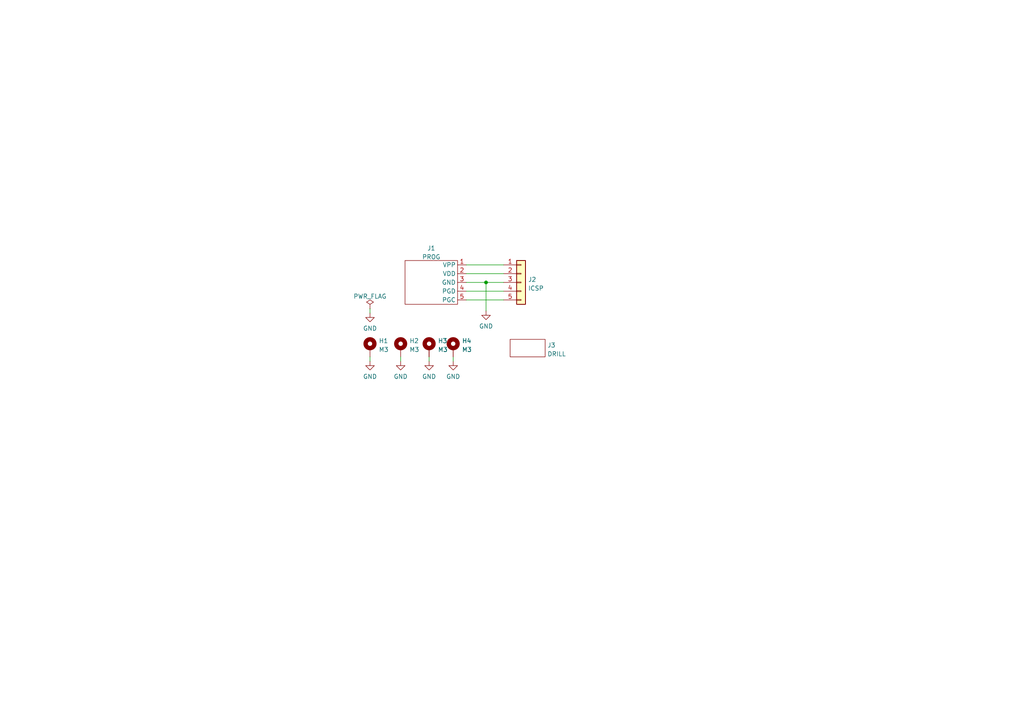
<source format=kicad_sch>
(kicad_sch (version 20211123) (generator eeschema)
  (paper "A4")
  (title_block (title "RC Programmer") (date "2024-09-01") (rev "1"))
  (lib_symbols
    (symbol "Connector_Generic:Conn_01x05" (pin_names (offset 1.016) hide)
      (property "Reference" "J" (at 0 7.62 0))
      (property "Value" "Conn_01x05" (at 0 -7.62 0))
      (symbol "Conn_01x05_1_1"
        (rectangle (start -1.27 -4.953) (end 0 -5.207) (stroke (width 0.1524)))
        (rectangle (start -1.27 -2.413) (end 0 -2.667) (stroke (width 0.1524)))
        (rectangle (start -1.27 0.127) (end 0 -0.127) (stroke (width 0.1524)))
        (rectangle (start -1.27 2.667) (end 0 2.413) (stroke (width 0.1524)))
        (rectangle (start -1.27 5.207) (end 0 4.953) (stroke (width 0.1524)))
        (rectangle (start -1.27 6.35) (end 1.27 -6.35) (stroke (width 0.254)) (fill (type background)))
        (pin passive line (at -5.08 5.08 0) (length 3.81) (name "Pin_1") (number "1"))
        (pin passive line (at -5.08 2.54 0) (length 3.81) (name "Pin_2") (number "2"))
        (pin passive line (at -5.08 0 0) (length 3.81) (name "Pin_3") (number "3"))
        (pin passive line (at -5.08 -2.54 0) (length 3.81) (name "Pin_4") (number "4"))
        (pin passive line (at -5.08 -5.08 0) (length 3.81) (name "Pin_5") (number "5"))
      )
    )
    (symbol "Mechanical:MountingHole_Pad" (pin_numbers hide) (pin_names (offset 1.016) hide)
      (property "Reference" "H" (at 0 6.35 0))
      (property "Value" "MountingHole_Pad" (at 0 4.445 0))
      (symbol "MountingHole_Pad_0_1"
        (circle (center 0 1.27) (radius 1.27) (stroke (width 1.27)))
      )
      (symbol "MountingHole_Pad_1_1"
        (pin input line (at 0 -2.54 90) (length 2.54) (name "1") (number "1"))
      )
    )
    (symbol "power:GND" (power) (pin_names (offset 0))
      (property "Value" "GND" (at 0 -3.81 0))
      (symbol "GND_0_1"
        (polyline (pts (xy 0 0) (xy 0 -1.27) (xy 1.27 -1.27) (xy 0 -2.54) (xy -1.27 -1.27) (xy 0 -1.27)))
      )
      (symbol "GND_1_1"
        (pin power_in line (at 0 0 270) (length 0) hide (name "GND") (number "1"))
      )
    )
    (symbol "power:PWR_FLAG" (power) (pin_numbers hide) (pin_names (offset 0) hide)
      (property "Value" "PWR_FLAG" (at 0 3.81 0))
      (symbol "PWR_FLAG_0_0"
        (pin power_out line (at 0 0 90) (length 0) (name "pwr") (number "1"))
      )
      (symbol "PWR_FLAG_0_1"
        (polyline (pts (xy 0 0) (xy 0 1.27) (xy -1.016 1.905) (xy 0 2.54) (xy 1.016 1.905) (xy 0 1.27)))
      )
    )
    (symbol "rcprog:progdrill" (pin_numbers hide) (pin_names (offset 0) hide)
      (property "Reference" "J" (at 0 0 0))
      (property "Value" "progdrill" (at 0 0 0))
      (symbol "progdrill_0_1"
        (rectangle (start -5.08 2.54) (end 5.08 -2.54))
      )
    )
    (symbol "rcprog:progpins"
      (property "Reference" "J" (at -2.54 2.54 0))
      (property "Value" "progpins" (at -2.54 -2.54 0))
      (symbol "progpins_0_1"
        (rectangle (start -7.62 6.35) (end 7.62 -6.35))
      )
      (symbol "progpins_1_1"
        (pin passive line (at 10.16 5.08 180) (length 2.54) (name "VPP") (number "1"))
        (pin passive line (at 10.16 2.54 180) (length 2.54) (name "VDD") (number "2"))
        (pin passive line (at 10.16 0 180) (length 2.54) (name "GND") (number "3"))
        (pin passive line (at 10.16 -2.54 180) (length 2.54) (name "PGD") (number "4"))
        (pin passive line (at 10.16 -5.08 180) (length 2.54) (name "PGC") (number "5"))
      )
    )
  )
  (junction (at 140.97 81.915))
  (wire (pts (xy 107.315 89.535) (xy 107.315 90.805)))
  (wire (pts (xy 135.255 81.915) (xy 140.97 81.915)))
  (wire (pts (xy 135.255 84.455) (xy 146.05 84.455)))
  (wire (pts (xy 107.315 103.505) (xy 107.315 104.775)))
  (wire (pts (xy 135.255 76.835) (xy 146.05 76.835)))
  (wire (pts (xy 116.205 103.505) (xy 116.205 104.775)))
  (wire (pts (xy 131.445 103.505) (xy 131.445 104.775)))
  (wire (pts (xy 135.255 79.375) (xy 146.05 79.375)))
  (wire (pts (xy 124.46 103.505) (xy 124.46 104.775)))
  (wire (pts (xy 140.97 81.915) (xy 140.97 90.17)))
  (wire (pts (xy 135.255 86.995) (xy 146.05 86.995)))
  (wire (pts (xy 140.97 81.915) (xy 146.05 81.915)))
  (symbol (lib_id "power:GND") (at 107.315 90.805 0) (unit 1)
    (property "Reference" "#PWR02" (effects hide))
    (property "Value" "GND" (at 107.315 95.2484 0))
  )
  (symbol (lib_id "Mechanical:MountingHole_Pad") (at 131.445 100.965 0) (unit 1)
    (property "Reference" "H4" (at 133.985 98.8603 0) (effects (justify left)))
    (property "Value" "M3" (at 133.985 101.3972 0) (effects (justify left)))
    (property "Footprint" "MountingHole:MountingHole_3.2mm_M3_Pad" (effects hide))
  )
  (symbol (lib_id "power:PWR_FLAG") (at 107.315 89.535 0) (unit 1)
    (property "Reference" "#FLG01" (effects hide))
    (property "Value" "PWR_FLAG" (at 107.315 85.9592 0))
  )
  (symbol (lib_id "Mechanical:MountingHole_Pad") (at 116.205 100.965 0) (unit 1)
    (property "Reference" "H2" (at 118.745 98.8603 0) (effects (justify left)))
    (property "Value" "M3" (at 118.745 101.3972 0) (effects (justify left)))
    (property "Footprint" "MountingHole:MountingHole_3.2mm_M3_Pad" (effects hide))
  )
  (symbol (lib_id "rcprog:progpins") (at 125.095 81.915 0) (unit 1)
    (property "Reference" "J1" (at 125.095 71.9922 0))
    (property "Value" "PROG" (at 125.095 74.5291 0))
    (property "Footprint" "rcprog:progpins" (effects hide))
  )
  (symbol (lib_id "Mechanical:MountingHole_Pad") (at 107.315 100.965 0) (unit 1)
    (property "Reference" "H1" (at 109.855 98.8603 0) (effects (justify left)))
    (property "Value" "M3" (at 109.855 101.3972 0) (effects (justify left)))
    (property "Footprint" "MountingHole:MountingHole_3.2mm_M3_Pad" (effects hide))
  )
  (symbol (lib_id "rcprog:progdrill") (at 153.035 100.965 0) (unit 1)
    (property "Reference" "J3" (at 158.75 100.1303 0) (effects (justify left)))
    (property "Value" "DRILL" (at 158.75 102.6672 0) (effects (justify left)))
    (property "Footprint" "rcprog:drillpins" (effects hide))
  )
  (symbol (lib_id "power:GND") (at 107.315 104.775 0) (unit 1)
    (property "Reference" "#PWR03" (effects hide))
    (property "Value" "GND" (at 107.315 109.2184 0))
  )
  (symbol (lib_id "Mechanical:MountingHole_Pad") (at 124.46 100.965 0) (unit 1)
    (property "Reference" "H3" (at 127 98.8603 0) (effects (justify left)))
    (property "Value" "M3" (at 127 101.3972 0) (effects (justify left)))
    (property "Footprint" "MountingHole:MountingHole_3.2mm_M3_Pad" (effects hide))
  )
  (symbol (lib_id "power:GND") (at 124.46 104.775 0) (unit 1)
    (property "Reference" "#PWR05" (effects hide))
    (property "Value" "GND" (at 124.46 109.2184 0))
  )
  (symbol (lib_id "power:GND") (at 131.445 104.775 0) (unit 1)
    (property "Reference" "#PWR06" (effects hide))
    (property "Value" "GND" (at 131.445 109.2184 0))
  )
  (symbol (lib_id "Connector_Generic:Conn_01x05") (at 151.13 81.915 0) (unit 1)
    (property "Reference" "J2" (at 153.162 81.0803 0) (effects (justify left)))
    (property "Value" "ICSP" (at 153.162 83.6172 0) (effects (justify left)))
    (property "Footprint" "Connector_PinHeader_2.54mm:PinHeader_1x05_P2.54mm_Horizontal" (effects hide))
  )
  (symbol (lib_id "power:GND") (at 140.97 90.17 0) (unit 1)
    (property "Reference" "#PWR01" (effects hide))
    (property "Value" "GND" (at 140.97 94.6134 0))
  )
  (symbol (lib_id "power:GND") (at 116.205 104.775 0) (unit 1)
    (property "Reference" "#PWR04" (effects hide))
    (property "Value" "GND" (at 116.205 109.2184 0))
  )
)
</source>
